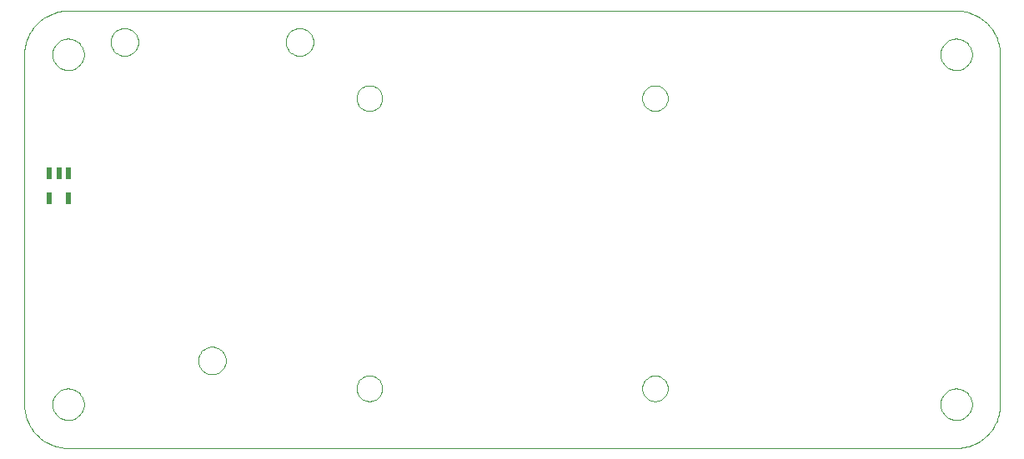
<source format=gtp>
G75*
G70*
%OFA0B0*%
%FSLAX24Y24*%
%IPPOS*%
%LPD*%
%AMOC8*
5,1,8,0,0,1.08239X$1,22.5*
%
%ADD10C,0.0000*%
%ADD11R,0.0217X0.0472*%
D10*
X002418Y000253D02*
X037918Y000253D01*
X037288Y002003D02*
X037290Y002053D01*
X037296Y002103D01*
X037306Y002152D01*
X037320Y002200D01*
X037337Y002247D01*
X037358Y002292D01*
X037383Y002336D01*
X037411Y002377D01*
X037443Y002416D01*
X037477Y002453D01*
X037514Y002487D01*
X037554Y002517D01*
X037596Y002544D01*
X037640Y002568D01*
X037686Y002589D01*
X037733Y002605D01*
X037781Y002618D01*
X037831Y002627D01*
X037880Y002632D01*
X037931Y002633D01*
X037981Y002630D01*
X038030Y002623D01*
X038079Y002612D01*
X038127Y002597D01*
X038173Y002579D01*
X038218Y002557D01*
X038261Y002531D01*
X038302Y002502D01*
X038341Y002470D01*
X038377Y002435D01*
X038409Y002397D01*
X038439Y002357D01*
X038466Y002314D01*
X038489Y002270D01*
X038508Y002224D01*
X038524Y002176D01*
X038536Y002127D01*
X038544Y002078D01*
X038548Y002028D01*
X038548Y001978D01*
X038544Y001928D01*
X038536Y001879D01*
X038524Y001830D01*
X038508Y001782D01*
X038489Y001736D01*
X038466Y001692D01*
X038439Y001649D01*
X038409Y001609D01*
X038377Y001571D01*
X038341Y001536D01*
X038302Y001504D01*
X038261Y001475D01*
X038218Y001449D01*
X038173Y001427D01*
X038127Y001409D01*
X038079Y001394D01*
X038030Y001383D01*
X037981Y001376D01*
X037931Y001373D01*
X037880Y001374D01*
X037831Y001379D01*
X037781Y001388D01*
X037733Y001401D01*
X037686Y001417D01*
X037640Y001438D01*
X037596Y001462D01*
X037554Y001489D01*
X037514Y001519D01*
X037477Y001553D01*
X037443Y001590D01*
X037411Y001629D01*
X037383Y001670D01*
X037358Y001714D01*
X037337Y001759D01*
X037320Y001806D01*
X037306Y001854D01*
X037296Y001903D01*
X037290Y001953D01*
X037288Y002003D01*
X037918Y000253D02*
X038001Y000255D01*
X038084Y000261D01*
X038167Y000271D01*
X038249Y000285D01*
X038331Y000302D01*
X038411Y000324D01*
X038490Y000349D01*
X038568Y000378D01*
X038645Y000411D01*
X038720Y000448D01*
X038793Y000487D01*
X038864Y000531D01*
X038933Y000577D01*
X039000Y000627D01*
X039064Y000680D01*
X039126Y000736D01*
X039185Y000795D01*
X039241Y000857D01*
X039294Y000921D01*
X039344Y000988D01*
X039390Y001057D01*
X039434Y001128D01*
X039473Y001201D01*
X039510Y001276D01*
X039543Y001353D01*
X039572Y001431D01*
X039597Y001510D01*
X039619Y001590D01*
X039636Y001672D01*
X039650Y001754D01*
X039660Y001837D01*
X039666Y001920D01*
X039668Y002003D01*
X039668Y016003D01*
X037288Y016003D02*
X037290Y016053D01*
X037296Y016103D01*
X037306Y016152D01*
X037320Y016200D01*
X037337Y016247D01*
X037358Y016292D01*
X037383Y016336D01*
X037411Y016377D01*
X037443Y016416D01*
X037477Y016453D01*
X037514Y016487D01*
X037554Y016517D01*
X037596Y016544D01*
X037640Y016568D01*
X037686Y016589D01*
X037733Y016605D01*
X037781Y016618D01*
X037831Y016627D01*
X037880Y016632D01*
X037931Y016633D01*
X037981Y016630D01*
X038030Y016623D01*
X038079Y016612D01*
X038127Y016597D01*
X038173Y016579D01*
X038218Y016557D01*
X038261Y016531D01*
X038302Y016502D01*
X038341Y016470D01*
X038377Y016435D01*
X038409Y016397D01*
X038439Y016357D01*
X038466Y016314D01*
X038489Y016270D01*
X038508Y016224D01*
X038524Y016176D01*
X038536Y016127D01*
X038544Y016078D01*
X038548Y016028D01*
X038548Y015978D01*
X038544Y015928D01*
X038536Y015879D01*
X038524Y015830D01*
X038508Y015782D01*
X038489Y015736D01*
X038466Y015692D01*
X038439Y015649D01*
X038409Y015609D01*
X038377Y015571D01*
X038341Y015536D01*
X038302Y015504D01*
X038261Y015475D01*
X038218Y015449D01*
X038173Y015427D01*
X038127Y015409D01*
X038079Y015394D01*
X038030Y015383D01*
X037981Y015376D01*
X037931Y015373D01*
X037880Y015374D01*
X037831Y015379D01*
X037781Y015388D01*
X037733Y015401D01*
X037686Y015417D01*
X037640Y015438D01*
X037596Y015462D01*
X037554Y015489D01*
X037514Y015519D01*
X037477Y015553D01*
X037443Y015590D01*
X037411Y015629D01*
X037383Y015670D01*
X037358Y015714D01*
X037337Y015759D01*
X037320Y015806D01*
X037306Y015854D01*
X037296Y015903D01*
X037290Y015953D01*
X037288Y016003D01*
X037918Y017753D02*
X038001Y017751D01*
X038084Y017745D01*
X038167Y017735D01*
X038249Y017721D01*
X038331Y017704D01*
X038411Y017682D01*
X038490Y017657D01*
X038568Y017628D01*
X038645Y017595D01*
X038720Y017558D01*
X038793Y017519D01*
X038864Y017475D01*
X038933Y017429D01*
X039000Y017379D01*
X039064Y017326D01*
X039126Y017270D01*
X039185Y017211D01*
X039241Y017149D01*
X039294Y017085D01*
X039344Y017018D01*
X039390Y016949D01*
X039434Y016878D01*
X039473Y016805D01*
X039510Y016730D01*
X039543Y016653D01*
X039572Y016575D01*
X039597Y016496D01*
X039619Y016416D01*
X039636Y016334D01*
X039650Y016252D01*
X039660Y016169D01*
X039666Y016086D01*
X039668Y016003D01*
X037918Y017753D02*
X002418Y017753D01*
X004117Y016503D02*
X004119Y016550D01*
X004125Y016596D01*
X004135Y016642D01*
X004148Y016687D01*
X004166Y016730D01*
X004187Y016772D01*
X004211Y016812D01*
X004239Y016849D01*
X004270Y016884D01*
X004304Y016917D01*
X004340Y016946D01*
X004379Y016972D01*
X004420Y016995D01*
X004463Y017014D01*
X004507Y017030D01*
X004552Y017042D01*
X004598Y017050D01*
X004645Y017054D01*
X004691Y017054D01*
X004738Y017050D01*
X004784Y017042D01*
X004829Y017030D01*
X004873Y017014D01*
X004916Y016995D01*
X004957Y016972D01*
X004996Y016946D01*
X005032Y016917D01*
X005066Y016884D01*
X005097Y016849D01*
X005125Y016812D01*
X005149Y016772D01*
X005170Y016730D01*
X005188Y016687D01*
X005201Y016642D01*
X005211Y016596D01*
X005217Y016550D01*
X005219Y016503D01*
X005217Y016456D01*
X005211Y016410D01*
X005201Y016364D01*
X005188Y016319D01*
X005170Y016276D01*
X005149Y016234D01*
X005125Y016194D01*
X005097Y016157D01*
X005066Y016122D01*
X005032Y016089D01*
X004996Y016060D01*
X004957Y016034D01*
X004916Y016011D01*
X004873Y015992D01*
X004829Y015976D01*
X004784Y015964D01*
X004738Y015956D01*
X004691Y015952D01*
X004645Y015952D01*
X004598Y015956D01*
X004552Y015964D01*
X004507Y015976D01*
X004463Y015992D01*
X004420Y016011D01*
X004379Y016034D01*
X004340Y016060D01*
X004304Y016089D01*
X004270Y016122D01*
X004239Y016157D01*
X004211Y016194D01*
X004187Y016234D01*
X004166Y016276D01*
X004148Y016319D01*
X004135Y016364D01*
X004125Y016410D01*
X004119Y016456D01*
X004117Y016503D01*
X001788Y016003D02*
X001790Y016053D01*
X001796Y016103D01*
X001806Y016152D01*
X001820Y016200D01*
X001837Y016247D01*
X001858Y016292D01*
X001883Y016336D01*
X001911Y016377D01*
X001943Y016416D01*
X001977Y016453D01*
X002014Y016487D01*
X002054Y016517D01*
X002096Y016544D01*
X002140Y016568D01*
X002186Y016589D01*
X002233Y016605D01*
X002281Y016618D01*
X002331Y016627D01*
X002380Y016632D01*
X002431Y016633D01*
X002481Y016630D01*
X002530Y016623D01*
X002579Y016612D01*
X002627Y016597D01*
X002673Y016579D01*
X002718Y016557D01*
X002761Y016531D01*
X002802Y016502D01*
X002841Y016470D01*
X002877Y016435D01*
X002909Y016397D01*
X002939Y016357D01*
X002966Y016314D01*
X002989Y016270D01*
X003008Y016224D01*
X003024Y016176D01*
X003036Y016127D01*
X003044Y016078D01*
X003048Y016028D01*
X003048Y015978D01*
X003044Y015928D01*
X003036Y015879D01*
X003024Y015830D01*
X003008Y015782D01*
X002989Y015736D01*
X002966Y015692D01*
X002939Y015649D01*
X002909Y015609D01*
X002877Y015571D01*
X002841Y015536D01*
X002802Y015504D01*
X002761Y015475D01*
X002718Y015449D01*
X002673Y015427D01*
X002627Y015409D01*
X002579Y015394D01*
X002530Y015383D01*
X002481Y015376D01*
X002431Y015373D01*
X002380Y015374D01*
X002331Y015379D01*
X002281Y015388D01*
X002233Y015401D01*
X002186Y015417D01*
X002140Y015438D01*
X002096Y015462D01*
X002054Y015489D01*
X002014Y015519D01*
X001977Y015553D01*
X001943Y015590D01*
X001911Y015629D01*
X001883Y015670D01*
X001858Y015714D01*
X001837Y015759D01*
X001820Y015806D01*
X001806Y015854D01*
X001796Y015903D01*
X001790Y015953D01*
X001788Y016003D01*
X000668Y016003D02*
X000670Y016086D01*
X000676Y016169D01*
X000686Y016252D01*
X000700Y016334D01*
X000717Y016416D01*
X000739Y016496D01*
X000764Y016575D01*
X000793Y016653D01*
X000826Y016730D01*
X000863Y016805D01*
X000902Y016878D01*
X000946Y016949D01*
X000992Y017018D01*
X001042Y017085D01*
X001095Y017149D01*
X001151Y017211D01*
X001210Y017270D01*
X001272Y017326D01*
X001336Y017379D01*
X001403Y017429D01*
X001472Y017475D01*
X001543Y017519D01*
X001616Y017558D01*
X001691Y017595D01*
X001768Y017628D01*
X001846Y017657D01*
X001925Y017682D01*
X002005Y017704D01*
X002087Y017721D01*
X002169Y017735D01*
X002252Y017745D01*
X002335Y017751D01*
X002418Y017753D01*
X000668Y016003D02*
X000668Y002003D01*
X001788Y002003D02*
X001790Y002053D01*
X001796Y002103D01*
X001806Y002152D01*
X001820Y002200D01*
X001837Y002247D01*
X001858Y002292D01*
X001883Y002336D01*
X001911Y002377D01*
X001943Y002416D01*
X001977Y002453D01*
X002014Y002487D01*
X002054Y002517D01*
X002096Y002544D01*
X002140Y002568D01*
X002186Y002589D01*
X002233Y002605D01*
X002281Y002618D01*
X002331Y002627D01*
X002380Y002632D01*
X002431Y002633D01*
X002481Y002630D01*
X002530Y002623D01*
X002579Y002612D01*
X002627Y002597D01*
X002673Y002579D01*
X002718Y002557D01*
X002761Y002531D01*
X002802Y002502D01*
X002841Y002470D01*
X002877Y002435D01*
X002909Y002397D01*
X002939Y002357D01*
X002966Y002314D01*
X002989Y002270D01*
X003008Y002224D01*
X003024Y002176D01*
X003036Y002127D01*
X003044Y002078D01*
X003048Y002028D01*
X003048Y001978D01*
X003044Y001928D01*
X003036Y001879D01*
X003024Y001830D01*
X003008Y001782D01*
X002989Y001736D01*
X002966Y001692D01*
X002939Y001649D01*
X002909Y001609D01*
X002877Y001571D01*
X002841Y001536D01*
X002802Y001504D01*
X002761Y001475D01*
X002718Y001449D01*
X002673Y001427D01*
X002627Y001409D01*
X002579Y001394D01*
X002530Y001383D01*
X002481Y001376D01*
X002431Y001373D01*
X002380Y001374D01*
X002331Y001379D01*
X002281Y001388D01*
X002233Y001401D01*
X002186Y001417D01*
X002140Y001438D01*
X002096Y001462D01*
X002054Y001489D01*
X002014Y001519D01*
X001977Y001553D01*
X001943Y001590D01*
X001911Y001629D01*
X001883Y001670D01*
X001858Y001714D01*
X001837Y001759D01*
X001820Y001806D01*
X001806Y001854D01*
X001796Y001903D01*
X001790Y001953D01*
X001788Y002003D01*
X000668Y002003D02*
X000670Y001920D01*
X000676Y001837D01*
X000686Y001754D01*
X000700Y001672D01*
X000717Y001590D01*
X000739Y001510D01*
X000764Y001431D01*
X000793Y001353D01*
X000826Y001276D01*
X000863Y001201D01*
X000902Y001128D01*
X000946Y001057D01*
X000992Y000988D01*
X001042Y000921D01*
X001095Y000857D01*
X001151Y000795D01*
X001210Y000736D01*
X001272Y000680D01*
X001336Y000627D01*
X001403Y000577D01*
X001472Y000531D01*
X001543Y000487D01*
X001616Y000448D01*
X001691Y000411D01*
X001768Y000378D01*
X001846Y000349D01*
X001925Y000324D01*
X002005Y000302D01*
X002087Y000285D01*
X002169Y000271D01*
X002252Y000261D01*
X002335Y000255D01*
X002418Y000253D01*
X007617Y003753D02*
X007619Y003800D01*
X007625Y003846D01*
X007635Y003892D01*
X007648Y003937D01*
X007666Y003980D01*
X007687Y004022D01*
X007711Y004062D01*
X007739Y004099D01*
X007770Y004134D01*
X007804Y004167D01*
X007840Y004196D01*
X007879Y004222D01*
X007920Y004245D01*
X007963Y004264D01*
X008007Y004280D01*
X008052Y004292D01*
X008098Y004300D01*
X008145Y004304D01*
X008191Y004304D01*
X008238Y004300D01*
X008284Y004292D01*
X008329Y004280D01*
X008373Y004264D01*
X008416Y004245D01*
X008457Y004222D01*
X008496Y004196D01*
X008532Y004167D01*
X008566Y004134D01*
X008597Y004099D01*
X008625Y004062D01*
X008649Y004022D01*
X008670Y003980D01*
X008688Y003937D01*
X008701Y003892D01*
X008711Y003846D01*
X008717Y003800D01*
X008719Y003753D01*
X008717Y003706D01*
X008711Y003660D01*
X008701Y003614D01*
X008688Y003569D01*
X008670Y003526D01*
X008649Y003484D01*
X008625Y003444D01*
X008597Y003407D01*
X008566Y003372D01*
X008532Y003339D01*
X008496Y003310D01*
X008457Y003284D01*
X008416Y003261D01*
X008373Y003242D01*
X008329Y003226D01*
X008284Y003214D01*
X008238Y003206D01*
X008191Y003202D01*
X008145Y003202D01*
X008098Y003206D01*
X008052Y003214D01*
X008007Y003226D01*
X007963Y003242D01*
X007920Y003261D01*
X007879Y003284D01*
X007840Y003310D01*
X007804Y003339D01*
X007770Y003372D01*
X007739Y003407D01*
X007711Y003444D01*
X007687Y003484D01*
X007666Y003526D01*
X007648Y003569D01*
X007635Y003614D01*
X007625Y003660D01*
X007619Y003706D01*
X007617Y003753D01*
X013947Y002639D02*
X013949Y002684D01*
X013955Y002728D01*
X013964Y002772D01*
X013978Y002814D01*
X013995Y002855D01*
X014016Y002895D01*
X014040Y002933D01*
X014067Y002968D01*
X014097Y003001D01*
X014130Y003031D01*
X014165Y003058D01*
X014203Y003082D01*
X014243Y003103D01*
X014284Y003120D01*
X014326Y003134D01*
X014370Y003143D01*
X014414Y003149D01*
X014459Y003151D01*
X014504Y003149D01*
X014548Y003143D01*
X014592Y003134D01*
X014634Y003120D01*
X014675Y003103D01*
X014715Y003082D01*
X014753Y003058D01*
X014788Y003031D01*
X014821Y003001D01*
X014851Y002968D01*
X014878Y002933D01*
X014902Y002895D01*
X014923Y002855D01*
X014940Y002814D01*
X014954Y002772D01*
X014963Y002728D01*
X014969Y002684D01*
X014971Y002639D01*
X014969Y002594D01*
X014963Y002550D01*
X014954Y002506D01*
X014940Y002464D01*
X014923Y002423D01*
X014902Y002383D01*
X014878Y002345D01*
X014851Y002310D01*
X014821Y002277D01*
X014788Y002247D01*
X014753Y002220D01*
X014715Y002196D01*
X014675Y002175D01*
X014634Y002158D01*
X014592Y002144D01*
X014548Y002135D01*
X014504Y002129D01*
X014459Y002127D01*
X014414Y002129D01*
X014370Y002135D01*
X014326Y002144D01*
X014284Y002158D01*
X014243Y002175D01*
X014203Y002196D01*
X014165Y002220D01*
X014130Y002247D01*
X014097Y002277D01*
X014067Y002310D01*
X014040Y002345D01*
X014016Y002383D01*
X013995Y002423D01*
X013978Y002464D01*
X013964Y002506D01*
X013955Y002550D01*
X013949Y002594D01*
X013947Y002639D01*
X025364Y002639D02*
X025366Y002684D01*
X025372Y002728D01*
X025381Y002772D01*
X025395Y002814D01*
X025412Y002855D01*
X025433Y002895D01*
X025457Y002933D01*
X025484Y002968D01*
X025514Y003001D01*
X025547Y003031D01*
X025582Y003058D01*
X025620Y003082D01*
X025660Y003103D01*
X025701Y003120D01*
X025743Y003134D01*
X025787Y003143D01*
X025831Y003149D01*
X025876Y003151D01*
X025921Y003149D01*
X025965Y003143D01*
X026009Y003134D01*
X026051Y003120D01*
X026092Y003103D01*
X026132Y003082D01*
X026170Y003058D01*
X026205Y003031D01*
X026238Y003001D01*
X026268Y002968D01*
X026295Y002933D01*
X026319Y002895D01*
X026340Y002855D01*
X026357Y002814D01*
X026371Y002772D01*
X026380Y002728D01*
X026386Y002684D01*
X026388Y002639D01*
X026386Y002594D01*
X026380Y002550D01*
X026371Y002506D01*
X026357Y002464D01*
X026340Y002423D01*
X026319Y002383D01*
X026295Y002345D01*
X026268Y002310D01*
X026238Y002277D01*
X026205Y002247D01*
X026170Y002220D01*
X026132Y002196D01*
X026092Y002175D01*
X026051Y002158D01*
X026009Y002144D01*
X025965Y002135D01*
X025921Y002129D01*
X025876Y002127D01*
X025831Y002129D01*
X025787Y002135D01*
X025743Y002144D01*
X025701Y002158D01*
X025660Y002175D01*
X025620Y002196D01*
X025582Y002220D01*
X025547Y002247D01*
X025514Y002277D01*
X025484Y002310D01*
X025457Y002345D01*
X025433Y002383D01*
X025412Y002423D01*
X025395Y002464D01*
X025381Y002506D01*
X025372Y002550D01*
X025366Y002594D01*
X025364Y002639D01*
X025364Y014253D02*
X025366Y014298D01*
X025372Y014342D01*
X025381Y014386D01*
X025395Y014428D01*
X025412Y014469D01*
X025433Y014509D01*
X025457Y014547D01*
X025484Y014582D01*
X025514Y014615D01*
X025547Y014645D01*
X025582Y014672D01*
X025620Y014696D01*
X025660Y014717D01*
X025701Y014734D01*
X025743Y014748D01*
X025787Y014757D01*
X025831Y014763D01*
X025876Y014765D01*
X025921Y014763D01*
X025965Y014757D01*
X026009Y014748D01*
X026051Y014734D01*
X026092Y014717D01*
X026132Y014696D01*
X026170Y014672D01*
X026205Y014645D01*
X026238Y014615D01*
X026268Y014582D01*
X026295Y014547D01*
X026319Y014509D01*
X026340Y014469D01*
X026357Y014428D01*
X026371Y014386D01*
X026380Y014342D01*
X026386Y014298D01*
X026388Y014253D01*
X026386Y014208D01*
X026380Y014164D01*
X026371Y014120D01*
X026357Y014078D01*
X026340Y014037D01*
X026319Y013997D01*
X026295Y013959D01*
X026268Y013924D01*
X026238Y013891D01*
X026205Y013861D01*
X026170Y013834D01*
X026132Y013810D01*
X026092Y013789D01*
X026051Y013772D01*
X026009Y013758D01*
X025965Y013749D01*
X025921Y013743D01*
X025876Y013741D01*
X025831Y013743D01*
X025787Y013749D01*
X025743Y013758D01*
X025701Y013772D01*
X025660Y013789D01*
X025620Y013810D01*
X025582Y013834D01*
X025547Y013861D01*
X025514Y013891D01*
X025484Y013924D01*
X025457Y013959D01*
X025433Y013997D01*
X025412Y014037D01*
X025395Y014078D01*
X025381Y014120D01*
X025372Y014164D01*
X025366Y014208D01*
X025364Y014253D01*
X013947Y014253D02*
X013949Y014298D01*
X013955Y014342D01*
X013964Y014386D01*
X013978Y014428D01*
X013995Y014469D01*
X014016Y014509D01*
X014040Y014547D01*
X014067Y014582D01*
X014097Y014615D01*
X014130Y014645D01*
X014165Y014672D01*
X014203Y014696D01*
X014243Y014717D01*
X014284Y014734D01*
X014326Y014748D01*
X014370Y014757D01*
X014414Y014763D01*
X014459Y014765D01*
X014504Y014763D01*
X014548Y014757D01*
X014592Y014748D01*
X014634Y014734D01*
X014675Y014717D01*
X014715Y014696D01*
X014753Y014672D01*
X014788Y014645D01*
X014821Y014615D01*
X014851Y014582D01*
X014878Y014547D01*
X014902Y014509D01*
X014923Y014469D01*
X014940Y014428D01*
X014954Y014386D01*
X014963Y014342D01*
X014969Y014298D01*
X014971Y014253D01*
X014969Y014208D01*
X014963Y014164D01*
X014954Y014120D01*
X014940Y014078D01*
X014923Y014037D01*
X014902Y013997D01*
X014878Y013959D01*
X014851Y013924D01*
X014821Y013891D01*
X014788Y013861D01*
X014753Y013834D01*
X014715Y013810D01*
X014675Y013789D01*
X014634Y013772D01*
X014592Y013758D01*
X014548Y013749D01*
X014504Y013743D01*
X014459Y013741D01*
X014414Y013743D01*
X014370Y013749D01*
X014326Y013758D01*
X014284Y013772D01*
X014243Y013789D01*
X014203Y013810D01*
X014165Y013834D01*
X014130Y013861D01*
X014097Y013891D01*
X014067Y013924D01*
X014040Y013959D01*
X014016Y013997D01*
X013995Y014037D01*
X013978Y014078D01*
X013964Y014120D01*
X013955Y014164D01*
X013949Y014208D01*
X013947Y014253D01*
X011117Y016503D02*
X011119Y016550D01*
X011125Y016596D01*
X011135Y016642D01*
X011148Y016687D01*
X011166Y016730D01*
X011187Y016772D01*
X011211Y016812D01*
X011239Y016849D01*
X011270Y016884D01*
X011304Y016917D01*
X011340Y016946D01*
X011379Y016972D01*
X011420Y016995D01*
X011463Y017014D01*
X011507Y017030D01*
X011552Y017042D01*
X011598Y017050D01*
X011645Y017054D01*
X011691Y017054D01*
X011738Y017050D01*
X011784Y017042D01*
X011829Y017030D01*
X011873Y017014D01*
X011916Y016995D01*
X011957Y016972D01*
X011996Y016946D01*
X012032Y016917D01*
X012066Y016884D01*
X012097Y016849D01*
X012125Y016812D01*
X012149Y016772D01*
X012170Y016730D01*
X012188Y016687D01*
X012201Y016642D01*
X012211Y016596D01*
X012217Y016550D01*
X012219Y016503D01*
X012217Y016456D01*
X012211Y016410D01*
X012201Y016364D01*
X012188Y016319D01*
X012170Y016276D01*
X012149Y016234D01*
X012125Y016194D01*
X012097Y016157D01*
X012066Y016122D01*
X012032Y016089D01*
X011996Y016060D01*
X011957Y016034D01*
X011916Y016011D01*
X011873Y015992D01*
X011829Y015976D01*
X011784Y015964D01*
X011738Y015956D01*
X011691Y015952D01*
X011645Y015952D01*
X011598Y015956D01*
X011552Y015964D01*
X011507Y015976D01*
X011463Y015992D01*
X011420Y016011D01*
X011379Y016034D01*
X011340Y016060D01*
X011304Y016089D01*
X011270Y016122D01*
X011239Y016157D01*
X011211Y016194D01*
X011187Y016234D01*
X011166Y016276D01*
X011148Y016319D01*
X011135Y016364D01*
X011125Y016410D01*
X011119Y016456D01*
X011117Y016503D01*
D11*
X002417Y011265D03*
X002043Y011265D03*
X001669Y011265D03*
X001669Y010241D03*
X002417Y010241D03*
M02*

</source>
